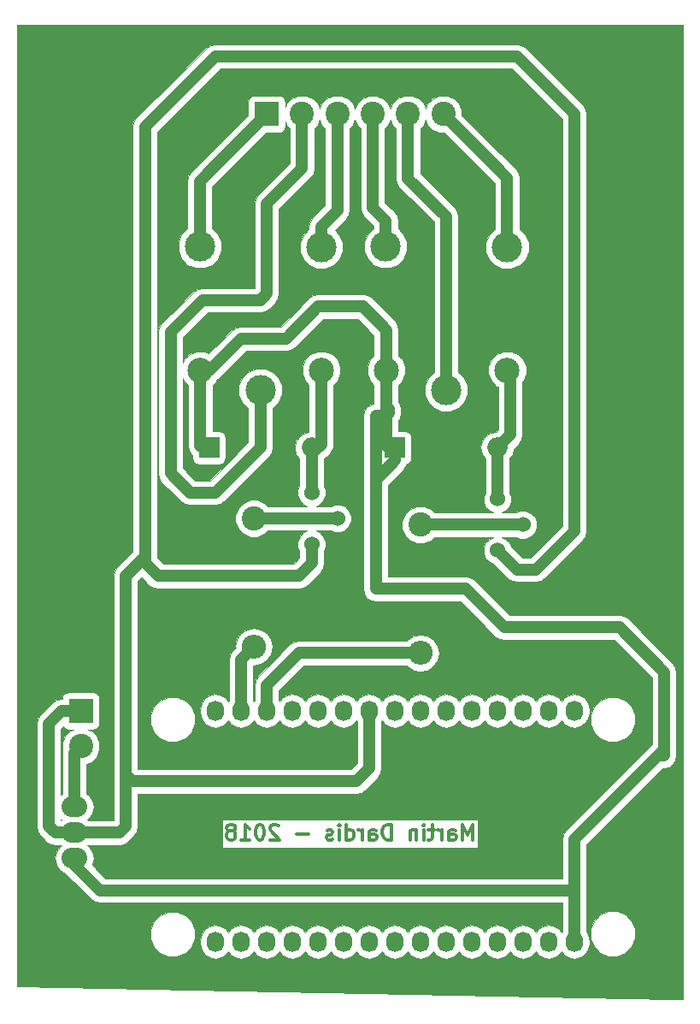
<source format=gbr>
G04 #@! TF.FileFunction,Copper,L1,Top,Signal*
%FSLAX46Y46*%
G04 Gerber Fmt 4.6, Leading zero omitted, Abs format (unit mm)*
G04 Created by KiCad (PCBNEW 4.0.7) date Tuesday, 14 '14e' August '14e' 2018, 21:15:28*
%MOMM*%
%LPD*%
G01*
G04 APERTURE LIST*
%ADD10C,0.100000*%
%ADD11C,0.300000*%
%ADD12C,1.524000*%
%ADD13R,2.400000X2.400000*%
%ADD14C,2.400000*%
%ADD15R,2.000000X2.000000*%
%ADD16O,2.000000X2.000000*%
%ADD17O,1.727200X2.032000*%
%ADD18C,2.500000*%
%ADD19C,3.000000*%
%ADD20O,2.400000X2.400000*%
%ADD21O,2.540000X2.032000*%
%ADD22C,1.200000*%
%ADD23C,0.050000*%
G04 APERTURE END LIST*
D10*
D11*
X135332856Y-125773571D02*
X135332856Y-124273571D01*
X134832856Y-125345000D01*
X134332856Y-124273571D01*
X134332856Y-125773571D01*
X132975713Y-125773571D02*
X132975713Y-124987857D01*
X133047142Y-124845000D01*
X133189999Y-124773571D01*
X133475713Y-124773571D01*
X133618570Y-124845000D01*
X132975713Y-125702143D02*
X133118570Y-125773571D01*
X133475713Y-125773571D01*
X133618570Y-125702143D01*
X133689999Y-125559286D01*
X133689999Y-125416429D01*
X133618570Y-125273571D01*
X133475713Y-125202143D01*
X133118570Y-125202143D01*
X132975713Y-125130714D01*
X132261427Y-125773571D02*
X132261427Y-124773571D01*
X132261427Y-125059286D02*
X132189999Y-124916429D01*
X132118570Y-124845000D01*
X131975713Y-124773571D01*
X131832856Y-124773571D01*
X131547142Y-124773571D02*
X130975713Y-124773571D01*
X131332856Y-124273571D02*
X131332856Y-125559286D01*
X131261428Y-125702143D01*
X131118570Y-125773571D01*
X130975713Y-125773571D01*
X130475713Y-125773571D02*
X130475713Y-124773571D01*
X130475713Y-124273571D02*
X130547142Y-124345000D01*
X130475713Y-124416429D01*
X130404285Y-124345000D01*
X130475713Y-124273571D01*
X130475713Y-124416429D01*
X129761427Y-124773571D02*
X129761427Y-125773571D01*
X129761427Y-124916429D02*
X129689999Y-124845000D01*
X129547141Y-124773571D01*
X129332856Y-124773571D01*
X129189999Y-124845000D01*
X129118570Y-124987857D01*
X129118570Y-125773571D01*
X127261427Y-125773571D02*
X127261427Y-124273571D01*
X126904284Y-124273571D01*
X126689999Y-124345000D01*
X126547141Y-124487857D01*
X126475713Y-124630714D01*
X126404284Y-124916429D01*
X126404284Y-125130714D01*
X126475713Y-125416429D01*
X126547141Y-125559286D01*
X126689999Y-125702143D01*
X126904284Y-125773571D01*
X127261427Y-125773571D01*
X125118570Y-125773571D02*
X125118570Y-124987857D01*
X125189999Y-124845000D01*
X125332856Y-124773571D01*
X125618570Y-124773571D01*
X125761427Y-124845000D01*
X125118570Y-125702143D02*
X125261427Y-125773571D01*
X125618570Y-125773571D01*
X125761427Y-125702143D01*
X125832856Y-125559286D01*
X125832856Y-125416429D01*
X125761427Y-125273571D01*
X125618570Y-125202143D01*
X125261427Y-125202143D01*
X125118570Y-125130714D01*
X124404284Y-125773571D02*
X124404284Y-124773571D01*
X124404284Y-125059286D02*
X124332856Y-124916429D01*
X124261427Y-124845000D01*
X124118570Y-124773571D01*
X123975713Y-124773571D01*
X122832856Y-125773571D02*
X122832856Y-124273571D01*
X122832856Y-125702143D02*
X122975713Y-125773571D01*
X123261427Y-125773571D01*
X123404285Y-125702143D01*
X123475713Y-125630714D01*
X123547142Y-125487857D01*
X123547142Y-125059286D01*
X123475713Y-124916429D01*
X123404285Y-124845000D01*
X123261427Y-124773571D01*
X122975713Y-124773571D01*
X122832856Y-124845000D01*
X122118570Y-125773571D02*
X122118570Y-124773571D01*
X122118570Y-124273571D02*
X122189999Y-124345000D01*
X122118570Y-124416429D01*
X122047142Y-124345000D01*
X122118570Y-124273571D01*
X122118570Y-124416429D01*
X121475713Y-125702143D02*
X121332856Y-125773571D01*
X121047141Y-125773571D01*
X120904284Y-125702143D01*
X120832856Y-125559286D01*
X120832856Y-125487857D01*
X120904284Y-125345000D01*
X121047141Y-125273571D01*
X121261427Y-125273571D01*
X121404284Y-125202143D01*
X121475713Y-125059286D01*
X121475713Y-124987857D01*
X121404284Y-124845000D01*
X121261427Y-124773571D01*
X121047141Y-124773571D01*
X120904284Y-124845000D01*
X119047141Y-125202143D02*
X117904284Y-125202143D01*
X116118570Y-124416429D02*
X116047141Y-124345000D01*
X115904284Y-124273571D01*
X115547141Y-124273571D01*
X115404284Y-124345000D01*
X115332855Y-124416429D01*
X115261427Y-124559286D01*
X115261427Y-124702143D01*
X115332855Y-124916429D01*
X116189998Y-125773571D01*
X115261427Y-125773571D01*
X114332856Y-124273571D02*
X114189999Y-124273571D01*
X114047142Y-124345000D01*
X113975713Y-124416429D01*
X113904284Y-124559286D01*
X113832856Y-124845000D01*
X113832856Y-125202143D01*
X113904284Y-125487857D01*
X113975713Y-125630714D01*
X114047142Y-125702143D01*
X114189999Y-125773571D01*
X114332856Y-125773571D01*
X114475713Y-125702143D01*
X114547142Y-125630714D01*
X114618570Y-125487857D01*
X114689999Y-125202143D01*
X114689999Y-124845000D01*
X114618570Y-124559286D01*
X114547142Y-124416429D01*
X114475713Y-124345000D01*
X114332856Y-124273571D01*
X112404285Y-125773571D02*
X113261428Y-125773571D01*
X112832856Y-125773571D02*
X112832856Y-124273571D01*
X112975713Y-124487857D01*
X113118571Y-124630714D01*
X113261428Y-124702143D01*
X111547142Y-124916429D02*
X111690000Y-124845000D01*
X111761428Y-124773571D01*
X111832857Y-124630714D01*
X111832857Y-124559286D01*
X111761428Y-124416429D01*
X111690000Y-124345000D01*
X111547142Y-124273571D01*
X111261428Y-124273571D01*
X111118571Y-124345000D01*
X111047142Y-124416429D01*
X110975714Y-124559286D01*
X110975714Y-124630714D01*
X111047142Y-124773571D01*
X111118571Y-124845000D01*
X111261428Y-124916429D01*
X111547142Y-124916429D01*
X111690000Y-124987857D01*
X111761428Y-125059286D01*
X111832857Y-125202143D01*
X111832857Y-125487857D01*
X111761428Y-125630714D01*
X111690000Y-125702143D01*
X111547142Y-125773571D01*
X111261428Y-125773571D01*
X111118571Y-125702143D01*
X111047142Y-125630714D01*
X110975714Y-125487857D01*
X110975714Y-125202143D01*
X111047142Y-125059286D01*
X111118571Y-124987857D01*
X111261428Y-124916429D01*
D12*
X140335000Y-94615000D03*
X137795000Y-97155000D03*
X137795000Y-92075000D03*
X121920000Y-93980000D03*
X119380000Y-96520000D03*
X119380000Y-91440000D03*
D13*
X114935000Y-53975000D03*
D14*
X118435000Y-53975000D03*
X121935000Y-53975000D03*
X125435000Y-53975000D03*
X128935000Y-53975000D03*
X132435000Y-53975000D03*
D15*
X109220000Y-86995000D03*
D16*
X119380000Y-86995000D03*
D15*
X127635000Y-86995000D03*
D16*
X137795000Y-86995000D03*
D13*
X96520000Y-113030000D03*
D14*
X96520000Y-116530000D03*
D17*
X109855000Y-135890000D03*
X112395000Y-135890000D03*
X114935000Y-135890000D03*
X117475000Y-135890000D03*
X120015000Y-135890000D03*
X122555000Y-135890000D03*
X125095000Y-135890000D03*
X127635000Y-135890000D03*
X130175000Y-135890000D03*
X132715000Y-135890000D03*
X135255000Y-135890000D03*
X137795000Y-135890000D03*
X140335000Y-135890000D03*
X142875000Y-135890000D03*
X145415000Y-135890000D03*
X109855000Y-113030000D03*
X140335000Y-113030000D03*
X142875000Y-113030000D03*
X137795000Y-113030000D03*
X122555000Y-113030000D03*
X120015000Y-113030000D03*
X125095000Y-113030000D03*
X145415000Y-113030000D03*
X130175000Y-113030000D03*
X127635000Y-113030000D03*
X132715000Y-113030000D03*
X135255000Y-113030000D03*
X114935000Y-113030000D03*
X117475000Y-113030000D03*
X112395000Y-113030000D03*
D18*
X120350000Y-79330000D03*
D19*
X120350000Y-67130000D03*
X108300000Y-67080000D03*
D18*
X108350000Y-79330000D03*
D19*
X114300000Y-81280000D03*
D18*
X138765000Y-79330000D03*
D19*
X138765000Y-67130000D03*
X126715000Y-67080000D03*
D18*
X126765000Y-79330000D03*
D19*
X132715000Y-81280000D03*
D14*
X113665000Y-93980000D03*
D20*
X113665000Y-106680000D03*
D14*
X130175000Y-94615000D03*
D20*
X130175000Y-107315000D03*
D21*
X95885000Y-125095000D03*
X95885000Y-127635000D03*
X95885000Y-122555000D03*
D22*
X121920000Y-93980000D02*
X113665000Y-93980000D01*
X119380000Y-91440000D02*
X119380000Y-86995000D01*
X119380000Y-86995000D02*
X120015000Y-86995000D01*
X120015000Y-86995000D02*
X120350000Y-86660000D01*
X120350000Y-86660000D02*
X120350000Y-79330000D01*
X144145000Y-130810000D02*
X145415000Y-130810000D01*
X145415000Y-130810000D02*
X145415000Y-129540000D01*
X95885000Y-127635000D02*
X95885000Y-128270000D01*
X95885000Y-128270000D02*
X98425000Y-130810000D01*
X98425000Y-130810000D02*
X144145000Y-130810000D01*
X144145000Y-130810000D02*
X144780000Y-130810000D01*
X154305000Y-116840000D02*
X154305000Y-117475000D01*
X154305000Y-117475000D02*
X153670000Y-117475000D01*
X125730000Y-90170000D02*
X125730000Y-83820000D01*
X127000000Y-83185000D02*
X126765000Y-83185000D01*
X127000000Y-83585000D02*
X127000000Y-83185000D01*
X126765000Y-83820000D02*
X127000000Y-83585000D01*
X125730000Y-83820000D02*
X126765000Y-83820000D01*
X145415000Y-135890000D02*
X145415000Y-129540000D01*
X145415000Y-129540000D02*
X145415000Y-125730000D01*
X145415000Y-125730000D02*
X153670000Y-117475000D01*
X127635000Y-88265000D02*
X127635000Y-86995000D01*
X125730000Y-90170000D02*
X127635000Y-88265000D01*
X125730000Y-100965000D02*
X125730000Y-90170000D01*
X154305000Y-116840000D02*
X154305000Y-109220000D01*
X154305000Y-109220000D02*
X149860000Y-104775000D01*
X149860000Y-104775000D02*
X138430000Y-104775000D01*
X138430000Y-104775000D02*
X134620000Y-100965000D01*
X134620000Y-100965000D02*
X125730000Y-100965000D01*
X153670000Y-117475000D02*
X154305000Y-116840000D01*
X108350000Y-79330000D02*
X109265000Y-79330000D01*
X109265000Y-79330000D02*
X112395000Y-76200000D01*
X126765000Y-75330000D02*
X126765000Y-79330000D01*
X124460000Y-73025000D02*
X126765000Y-75330000D01*
X120015000Y-73025000D02*
X124460000Y-73025000D01*
X116840000Y-76200000D02*
X120015000Y-73025000D01*
X112395000Y-76200000D02*
X116840000Y-76200000D01*
X109220000Y-86995000D02*
X108585000Y-86995000D01*
X108585000Y-86995000D02*
X108350000Y-86760000D01*
X108350000Y-86760000D02*
X108350000Y-79330000D01*
X127635000Y-86995000D02*
X127000000Y-86995000D01*
X127000000Y-86995000D02*
X126765000Y-86760000D01*
X126765000Y-86760000D02*
X126765000Y-83185000D01*
X126765000Y-83185000D02*
X126765000Y-79330000D01*
X114935000Y-113030000D02*
X114935000Y-110490000D01*
X118110000Y-107315000D02*
X130175000Y-107315000D01*
X114935000Y-110490000D02*
X118110000Y-107315000D01*
X140335000Y-94615000D02*
X130175000Y-94615000D01*
X95885000Y-125095000D02*
X93980000Y-125095000D01*
X94615000Y-113030000D02*
X96520000Y-113030000D01*
X93345000Y-114300000D02*
X94615000Y-113030000D01*
X93345000Y-124460000D02*
X93345000Y-114300000D01*
X93980000Y-125095000D02*
X93345000Y-124460000D01*
X95885000Y-125095000D02*
X100330000Y-125095000D01*
X100965000Y-124460000D02*
X100965000Y-119380000D01*
X100330000Y-125095000D02*
X100965000Y-124460000D01*
X125095000Y-113030000D02*
X125095000Y-118745000D01*
X100965000Y-99695000D02*
X102870000Y-97790000D01*
X100965000Y-119380000D02*
X100965000Y-99695000D01*
X101600000Y-120015000D02*
X100965000Y-119380000D01*
X123825000Y-120015000D02*
X101600000Y-120015000D01*
X125095000Y-118745000D02*
X123825000Y-120015000D01*
X119380000Y-96520000D02*
X119380000Y-98425000D01*
X139700000Y-99060000D02*
X137795000Y-97155000D01*
X141605000Y-99060000D02*
X139700000Y-99060000D01*
X145415000Y-95250000D02*
X141605000Y-99060000D01*
X145415000Y-53975000D02*
X145415000Y-95250000D01*
X139700000Y-48260000D02*
X145415000Y-53975000D01*
X109855000Y-48260000D02*
X139700000Y-48260000D01*
X102870000Y-55245000D02*
X109855000Y-48260000D01*
X102870000Y-98425000D02*
X102870000Y-97790000D01*
X102870000Y-97790000D02*
X102870000Y-55245000D01*
X104140000Y-99695000D02*
X102870000Y-98425000D01*
X118110000Y-99695000D02*
X104140000Y-99695000D01*
X119380000Y-98425000D02*
X118110000Y-99695000D01*
X137795000Y-92075000D02*
X137795000Y-86995000D01*
X137795000Y-86995000D02*
X139065000Y-85725000D01*
X139065000Y-85725000D02*
X139065000Y-79630000D01*
X139065000Y-79630000D02*
X138765000Y-79330000D01*
X108300000Y-67080000D02*
X108300000Y-60610000D01*
X108300000Y-60610000D02*
X114935000Y-53975000D01*
X114300000Y-81280000D02*
X114300000Y-86995000D01*
X118435000Y-59365000D02*
X118435000Y-53975000D01*
X114935000Y-62865000D02*
X118435000Y-59365000D01*
X114935000Y-71755000D02*
X114935000Y-62865000D01*
X114300000Y-72390000D02*
X114935000Y-71755000D01*
X108585000Y-72390000D02*
X114300000Y-72390000D01*
X105410000Y-75565000D02*
X108585000Y-72390000D01*
X105410000Y-89535000D02*
X105410000Y-75565000D01*
X107315000Y-91440000D02*
X105410000Y-89535000D01*
X109855000Y-91440000D02*
X107315000Y-91440000D01*
X114300000Y-86995000D02*
X109855000Y-91440000D01*
X120350000Y-67130000D02*
X120350000Y-65070000D01*
X121935000Y-63485000D02*
X121935000Y-53975000D01*
X120350000Y-65070000D02*
X121935000Y-63485000D01*
X126715000Y-67080000D02*
X126715000Y-64485000D01*
X125435000Y-63205000D02*
X125435000Y-53975000D01*
X126715000Y-64485000D02*
X125435000Y-63205000D01*
X132715000Y-81280000D02*
X132715000Y-64135000D01*
X128935000Y-60355000D02*
X128935000Y-53975000D01*
X132715000Y-64135000D02*
X128935000Y-60355000D01*
X138765000Y-67130000D02*
X138765000Y-60305000D01*
X138765000Y-60305000D02*
X132435000Y-53975000D01*
X112395000Y-113030000D02*
X112395000Y-107950000D01*
X112395000Y-107950000D02*
X113665000Y-106680000D01*
X95885000Y-122555000D02*
X95885000Y-117165000D01*
X95885000Y-117165000D02*
X96520000Y-116530000D01*
D23*
G36*
X156185000Y-141580000D02*
X154940235Y-141580000D01*
X90195000Y-140310486D01*
X90195000Y-135580638D01*
X103379615Y-135580638D01*
X103717637Y-136398715D01*
X104342993Y-137025163D01*
X105160479Y-137364613D01*
X106045638Y-137365385D01*
X106863715Y-137027363D01*
X107490163Y-136402007D01*
X107829613Y-135584521D01*
X107830385Y-134699362D01*
X107492363Y-133881285D01*
X106867007Y-133254837D01*
X106049521Y-132915387D01*
X105164362Y-132914615D01*
X104346285Y-133252637D01*
X103719837Y-133877993D01*
X103380387Y-134695479D01*
X103379615Y-135580638D01*
X90195000Y-135580638D01*
X90195000Y-114300000D01*
X92120000Y-114300000D01*
X92120000Y-124460000D01*
X92213248Y-124928787D01*
X92478794Y-125326206D01*
X93113794Y-125961206D01*
X93511213Y-126226752D01*
X93980000Y-126320001D01*
X93980005Y-126320000D01*
X94530250Y-126320000D01*
X94597598Y-126365000D01*
X94433513Y-126474638D01*
X94077789Y-127007016D01*
X93952875Y-127635000D01*
X94077789Y-128262984D01*
X94433513Y-128795362D01*
X94965891Y-129151086D01*
X95050505Y-129167917D01*
X97558792Y-131676203D01*
X97558794Y-131676206D01*
X97956213Y-131941752D01*
X98425000Y-132035000D01*
X144190000Y-132035000D01*
X144190000Y-134910868D01*
X144145000Y-134978215D01*
X143927599Y-134652852D01*
X143444663Y-134330164D01*
X142875000Y-134216851D01*
X142305337Y-134330164D01*
X141822401Y-134652852D01*
X141605000Y-134978215D01*
X141387599Y-134652852D01*
X140904663Y-134330164D01*
X140335000Y-134216851D01*
X139765337Y-134330164D01*
X139282401Y-134652852D01*
X139065000Y-134978215D01*
X138847599Y-134652852D01*
X138364663Y-134330164D01*
X137795000Y-134216851D01*
X137225337Y-134330164D01*
X136742401Y-134652852D01*
X136525000Y-134978215D01*
X136307599Y-134652852D01*
X135824663Y-134330164D01*
X135255000Y-134216851D01*
X134685337Y-134330164D01*
X134202401Y-134652852D01*
X133985000Y-134978215D01*
X133767599Y-134652852D01*
X133284663Y-134330164D01*
X132715000Y-134216851D01*
X132145337Y-134330164D01*
X131662401Y-134652852D01*
X131445000Y-134978215D01*
X131227599Y-134652852D01*
X130744663Y-134330164D01*
X130175000Y-134216851D01*
X129605337Y-134330164D01*
X129122401Y-134652852D01*
X128905000Y-134978215D01*
X128687599Y-134652852D01*
X128204663Y-134330164D01*
X127635000Y-134216851D01*
X127065337Y-134330164D01*
X126582401Y-134652852D01*
X126365000Y-134978215D01*
X126147599Y-134652852D01*
X125664663Y-134330164D01*
X125095000Y-134216851D01*
X124525337Y-134330164D01*
X124042401Y-134652852D01*
X123825000Y-134978215D01*
X123607599Y-134652852D01*
X123124663Y-134330164D01*
X122555000Y-134216851D01*
X121985337Y-134330164D01*
X121502401Y-134652852D01*
X121285000Y-134978215D01*
X121067599Y-134652852D01*
X120584663Y-134330164D01*
X120015000Y-134216851D01*
X119445337Y-134330164D01*
X118962401Y-134652852D01*
X118745000Y-134978215D01*
X118527599Y-134652852D01*
X118044663Y-134330164D01*
X117475000Y-134216851D01*
X116905337Y-134330164D01*
X116422401Y-134652852D01*
X116205000Y-134978215D01*
X115987599Y-134652852D01*
X115504663Y-134330164D01*
X114935000Y-134216851D01*
X114365337Y-134330164D01*
X113882401Y-134652852D01*
X113665000Y-134978215D01*
X113447599Y-134652852D01*
X112964663Y-134330164D01*
X112395000Y-134216851D01*
X111825337Y-134330164D01*
X111342401Y-134652852D01*
X111125000Y-134978215D01*
X110907599Y-134652852D01*
X110424663Y-134330164D01*
X109855000Y-134216851D01*
X109285337Y-134330164D01*
X108802401Y-134652852D01*
X108479713Y-135135788D01*
X108366400Y-135705451D01*
X108366400Y-136074549D01*
X108479713Y-136644212D01*
X108802401Y-137127148D01*
X109285337Y-137449836D01*
X109855000Y-137563149D01*
X110424663Y-137449836D01*
X110907599Y-137127148D01*
X111125000Y-136801785D01*
X111342401Y-137127148D01*
X111825337Y-137449836D01*
X112395000Y-137563149D01*
X112964663Y-137449836D01*
X113447599Y-137127148D01*
X113665000Y-136801785D01*
X113882401Y-137127148D01*
X114365337Y-137449836D01*
X114935000Y-137563149D01*
X115504663Y-137449836D01*
X115987599Y-137127148D01*
X116205000Y-136801785D01*
X116422401Y-137127148D01*
X116905337Y-137449836D01*
X117475000Y-137563149D01*
X118044663Y-137449836D01*
X118527599Y-137127148D01*
X118745000Y-136801785D01*
X118962401Y-137127148D01*
X119445337Y-137449836D01*
X120015000Y-137563149D01*
X120584663Y-137449836D01*
X121067599Y-137127148D01*
X121285000Y-136801785D01*
X121502401Y-137127148D01*
X121985337Y-137449836D01*
X122555000Y-137563149D01*
X123124663Y-137449836D01*
X123607599Y-137127148D01*
X123825000Y-136801785D01*
X124042401Y-137127148D01*
X124525337Y-137449836D01*
X125095000Y-137563149D01*
X125664663Y-137449836D01*
X126147599Y-137127148D01*
X126365000Y-136801785D01*
X126582401Y-137127148D01*
X127065337Y-137449836D01*
X127635000Y-137563149D01*
X128204663Y-137449836D01*
X128687599Y-137127148D01*
X128905000Y-136801785D01*
X129122401Y-137127148D01*
X129605337Y-137449836D01*
X130175000Y-137563149D01*
X130744663Y-137449836D01*
X131227599Y-137127148D01*
X131445000Y-136801785D01*
X131662401Y-137127148D01*
X132145337Y-137449836D01*
X132715000Y-137563149D01*
X133284663Y-137449836D01*
X133767599Y-137127148D01*
X133985000Y-136801785D01*
X134202401Y-137127148D01*
X134685337Y-137449836D01*
X135255000Y-137563149D01*
X135824663Y-137449836D01*
X136307599Y-137127148D01*
X136525000Y-136801785D01*
X136742401Y-137127148D01*
X137225337Y-137449836D01*
X137795000Y-137563149D01*
X138364663Y-137449836D01*
X138847599Y-137127148D01*
X139065000Y-136801785D01*
X139282401Y-137127148D01*
X139765337Y-137449836D01*
X140335000Y-137563149D01*
X140904663Y-137449836D01*
X141387599Y-137127148D01*
X141605000Y-136801785D01*
X141822401Y-137127148D01*
X142305337Y-137449836D01*
X142875000Y-137563149D01*
X143444663Y-137449836D01*
X143927599Y-137127148D01*
X144145000Y-136801785D01*
X144362401Y-137127148D01*
X144845337Y-137449836D01*
X145415000Y-137563149D01*
X145984663Y-137449836D01*
X146467599Y-137127148D01*
X146790287Y-136644212D01*
X146903600Y-136074549D01*
X146903600Y-135705451D01*
X146868828Y-135530638D01*
X147009615Y-135530638D01*
X147347637Y-136348715D01*
X147972993Y-136975163D01*
X148790479Y-137314613D01*
X149675638Y-137315385D01*
X150493715Y-136977363D01*
X151120163Y-136352007D01*
X151459613Y-135534521D01*
X151460385Y-134649362D01*
X151122363Y-133831285D01*
X150497007Y-133204837D01*
X149679521Y-132865387D01*
X148794362Y-132864615D01*
X147976285Y-133202637D01*
X147349837Y-133827993D01*
X147010387Y-134645479D01*
X147009615Y-135530638D01*
X146868828Y-135530638D01*
X146790287Y-135135788D01*
X146640000Y-134910868D01*
X146640000Y-126237412D01*
X154177412Y-118700000D01*
X154305000Y-118700000D01*
X154773787Y-118606752D01*
X155171206Y-118341206D01*
X155436752Y-117943787D01*
X155530000Y-117475000D01*
X155530000Y-116840005D01*
X155530001Y-116840000D01*
X155530000Y-116839995D01*
X155530000Y-109220000D01*
X155436752Y-108751213D01*
X155171206Y-108353794D01*
X150726206Y-103908794D01*
X150328787Y-103643248D01*
X149860000Y-103550000D01*
X138937412Y-103550000D01*
X135486206Y-100098794D01*
X135088787Y-99833248D01*
X134620000Y-99740000D01*
X126955000Y-99740000D01*
X126955000Y-90677412D01*
X128501206Y-89131206D01*
X128766752Y-88733787D01*
X128792859Y-88602541D01*
X128866611Y-88588663D01*
X129079332Y-88451781D01*
X129222038Y-88242924D01*
X129272244Y-87995000D01*
X129272244Y-85995000D01*
X129228663Y-85763389D01*
X129091781Y-85550668D01*
X128882924Y-85407962D01*
X128635000Y-85357756D01*
X127990000Y-85357756D01*
X127990000Y-84265935D01*
X128131752Y-84053787D01*
X128225000Y-83585000D01*
X128225000Y-83185000D01*
X128131752Y-82716213D01*
X127990000Y-82504065D01*
X127990000Y-80756475D01*
X128353620Y-80393489D01*
X128639673Y-79704597D01*
X128640324Y-78958676D01*
X128355474Y-78269286D01*
X127990000Y-77903173D01*
X127990000Y-75330000D01*
X127896752Y-74861213D01*
X127631206Y-74463794D01*
X125326206Y-72158794D01*
X124928787Y-71893248D01*
X124460000Y-71800000D01*
X120015000Y-71800000D01*
X119546213Y-71893248D01*
X119148794Y-72158794D01*
X116332588Y-74975000D01*
X112395000Y-74975000D01*
X111926213Y-75068248D01*
X111528794Y-75333794D01*
X111528792Y-75333797D01*
X109206965Y-77655624D01*
X108724597Y-77455327D01*
X107978676Y-77454676D01*
X107289286Y-77739526D01*
X106761380Y-78266511D01*
X106635000Y-78570868D01*
X106635000Y-76072412D01*
X109092412Y-73615000D01*
X114300000Y-73615000D01*
X114768787Y-73521752D01*
X115166206Y-73256206D01*
X115801206Y-72621206D01*
X116066752Y-72223787D01*
X116160001Y-71755000D01*
X116160000Y-71754995D01*
X116160000Y-63372412D01*
X119301203Y-60231208D01*
X119301206Y-60231206D01*
X119566752Y-59833787D01*
X119660000Y-59365000D01*
X119660000Y-55330827D01*
X119981258Y-55010129D01*
X120185158Y-54519084D01*
X120386938Y-55007429D01*
X120710000Y-55331055D01*
X120710000Y-62977589D01*
X119483794Y-64203794D01*
X119218248Y-64601213D01*
X119125000Y-65070000D01*
X119125000Y-65350279D01*
X118549563Y-65924713D01*
X118225370Y-66705457D01*
X118224632Y-67550834D01*
X118547462Y-68332143D01*
X119144713Y-68930437D01*
X119925457Y-69254630D01*
X120770834Y-69255368D01*
X121552143Y-68932538D01*
X122150437Y-68335287D01*
X122474630Y-67554543D01*
X122475368Y-66709166D01*
X122152538Y-65927857D01*
X121688951Y-65463461D01*
X122801203Y-64351208D01*
X122801206Y-64351206D01*
X123066752Y-63953787D01*
X123160000Y-63485000D01*
X123160000Y-55330827D01*
X123481258Y-55010129D01*
X123685158Y-54519084D01*
X123886938Y-55007429D01*
X124210000Y-55331055D01*
X124210000Y-63205000D01*
X124303248Y-63673787D01*
X124568794Y-64071206D01*
X125490000Y-64992412D01*
X125490000Y-65300279D01*
X124914563Y-65874713D01*
X124590370Y-66655457D01*
X124589632Y-67500834D01*
X124912462Y-68282143D01*
X125509713Y-68880437D01*
X126290457Y-69204630D01*
X127135834Y-69205368D01*
X127917143Y-68882538D01*
X128515437Y-68285287D01*
X128839630Y-67504543D01*
X128840368Y-66659166D01*
X128517538Y-65877857D01*
X127940000Y-65299310D01*
X127940000Y-64485000D01*
X127846752Y-64016213D01*
X127581206Y-63618794D01*
X126660000Y-62697588D01*
X126660000Y-55330827D01*
X126981258Y-55010129D01*
X127185158Y-54519084D01*
X127386938Y-55007429D01*
X127710000Y-55331055D01*
X127710000Y-60355000D01*
X127803248Y-60823787D01*
X128068794Y-61221206D01*
X131490000Y-64642412D01*
X131490000Y-79500279D01*
X130914563Y-80074713D01*
X130590370Y-80855457D01*
X130589632Y-81700834D01*
X130912462Y-82482143D01*
X131509713Y-83080437D01*
X132290457Y-83404630D01*
X133135834Y-83405368D01*
X133917143Y-83082538D01*
X134515437Y-82485287D01*
X134839630Y-81704543D01*
X134840368Y-80859166D01*
X134517538Y-80077857D01*
X133940000Y-79499310D01*
X133940000Y-64135000D01*
X133846752Y-63666213D01*
X133581206Y-63268794D01*
X130160000Y-59847588D01*
X130160000Y-55330827D01*
X130481258Y-55010129D01*
X130685158Y-54519084D01*
X130886938Y-55007429D01*
X131399871Y-55521258D01*
X132070392Y-55799683D01*
X132527670Y-55800082D01*
X137540000Y-60812412D01*
X137540000Y-65350279D01*
X136964563Y-65924713D01*
X136640370Y-66705457D01*
X136639632Y-67550834D01*
X136962462Y-68332143D01*
X137559713Y-68930437D01*
X138340457Y-69254630D01*
X139185834Y-69255368D01*
X139967143Y-68932538D01*
X140565437Y-68335287D01*
X140889630Y-67554543D01*
X140890368Y-66709166D01*
X140567538Y-65927857D01*
X139990000Y-65349310D01*
X139990000Y-60305000D01*
X139896752Y-59836213D01*
X139631206Y-59438794D01*
X134259920Y-54067508D01*
X134260316Y-53613578D01*
X133983062Y-52942571D01*
X133470129Y-52428742D01*
X132799608Y-52150317D01*
X132073578Y-52149684D01*
X131402571Y-52426938D01*
X130888742Y-52939871D01*
X130684842Y-53430916D01*
X130483062Y-52942571D01*
X129970129Y-52428742D01*
X129299608Y-52150317D01*
X128573578Y-52149684D01*
X127902571Y-52426938D01*
X127388742Y-52939871D01*
X127184842Y-53430916D01*
X126983062Y-52942571D01*
X126470129Y-52428742D01*
X125799608Y-52150317D01*
X125073578Y-52149684D01*
X124402571Y-52426938D01*
X123888742Y-52939871D01*
X123684842Y-53430916D01*
X123483062Y-52942571D01*
X122970129Y-52428742D01*
X122299608Y-52150317D01*
X121573578Y-52149684D01*
X120902571Y-52426938D01*
X120388742Y-52939871D01*
X120184842Y-53430916D01*
X119983062Y-52942571D01*
X119470129Y-52428742D01*
X118799608Y-52150317D01*
X118073578Y-52149684D01*
X117402571Y-52426938D01*
X116888742Y-52939871D01*
X116772244Y-53220429D01*
X116772244Y-52775000D01*
X116728663Y-52543389D01*
X116591781Y-52330668D01*
X116382924Y-52187962D01*
X116135000Y-52137756D01*
X113735000Y-52137756D01*
X113503389Y-52181337D01*
X113290668Y-52318219D01*
X113147962Y-52527076D01*
X113097756Y-52775000D01*
X113097756Y-54079832D01*
X107433794Y-59743794D01*
X107168248Y-60141213D01*
X107075000Y-60610000D01*
X107075000Y-65300279D01*
X106499563Y-65874713D01*
X106175370Y-66655457D01*
X106174632Y-67500834D01*
X106497462Y-68282143D01*
X107094713Y-68880437D01*
X107875457Y-69204630D01*
X108720834Y-69205368D01*
X109502143Y-68882538D01*
X110100437Y-68285287D01*
X110424630Y-67504543D01*
X110425368Y-66659166D01*
X110102538Y-65877857D01*
X109525000Y-65299310D01*
X109525000Y-61117412D01*
X114830168Y-55812244D01*
X116135000Y-55812244D01*
X116366611Y-55768663D01*
X116579332Y-55631781D01*
X116722038Y-55422924D01*
X116772244Y-55175000D01*
X116772244Y-54729848D01*
X116886938Y-55007429D01*
X117210000Y-55331055D01*
X117210000Y-58857589D01*
X114068794Y-61998794D01*
X113803248Y-62396213D01*
X113710000Y-62865000D01*
X113710000Y-71165000D01*
X108585000Y-71165000D01*
X108116213Y-71258248D01*
X107718794Y-71523794D01*
X104543794Y-74698794D01*
X104278248Y-75096213D01*
X104185000Y-75565000D01*
X104185000Y-89535000D01*
X104278248Y-90003787D01*
X104543794Y-90401206D01*
X106448794Y-92306206D01*
X106846213Y-92571752D01*
X107315000Y-92665000D01*
X109855000Y-92665000D01*
X110323787Y-92571752D01*
X110721206Y-92306206D01*
X115166206Y-87861206D01*
X115431752Y-87463787D01*
X115525000Y-86995000D01*
X115525000Y-83059721D01*
X116100437Y-82485287D01*
X116424630Y-81704543D01*
X116425368Y-80859166D01*
X116102538Y-80077857D01*
X115505287Y-79479563D01*
X114724543Y-79155370D01*
X113879166Y-79154632D01*
X113097857Y-79477462D01*
X112499563Y-80074713D01*
X112175370Y-80855457D01*
X112174632Y-81700834D01*
X112497462Y-82482143D01*
X113075000Y-83060690D01*
X113075000Y-86487588D01*
X109347588Y-90215000D01*
X107822412Y-90215000D01*
X106635000Y-89027588D01*
X106635000Y-80089338D01*
X106759526Y-80390714D01*
X107125000Y-80756827D01*
X107125000Y-86760000D01*
X107218248Y-87228787D01*
X107483794Y-87626206D01*
X107582756Y-87725168D01*
X107582756Y-87995000D01*
X107626337Y-88226611D01*
X107763219Y-88439332D01*
X107972076Y-88582038D01*
X108220000Y-88632244D01*
X110220000Y-88632244D01*
X110451611Y-88588663D01*
X110664332Y-88451781D01*
X110807038Y-88242924D01*
X110857244Y-87995000D01*
X110857244Y-85995000D01*
X110813663Y-85763389D01*
X110676781Y-85550668D01*
X110467924Y-85407962D01*
X110220000Y-85357756D01*
X109575000Y-85357756D01*
X109575000Y-80756475D01*
X109938620Y-80393489D01*
X109978044Y-80298545D01*
X110131206Y-80196206D01*
X112902411Y-77425000D01*
X116840000Y-77425000D01*
X117308787Y-77331752D01*
X117706206Y-77066206D01*
X120522412Y-74250000D01*
X123952588Y-74250000D01*
X125540000Y-75837412D01*
X125540000Y-77903525D01*
X125176380Y-78266511D01*
X124890327Y-78955403D01*
X124889676Y-79701324D01*
X125174526Y-80390714D01*
X125540000Y-80756827D01*
X125540000Y-82632794D01*
X125261213Y-82688248D01*
X124863794Y-82953794D01*
X124598248Y-83351213D01*
X124505000Y-83820000D01*
X124505000Y-100965000D01*
X124598248Y-101433787D01*
X124863794Y-101831206D01*
X125261213Y-102096752D01*
X125730000Y-102190000D01*
X134112588Y-102190000D01*
X137563794Y-105641206D01*
X137961213Y-105906752D01*
X138430000Y-106000001D01*
X138430005Y-106000000D01*
X149352588Y-106000000D01*
X153080000Y-109727412D01*
X153080000Y-116332588D01*
X144548794Y-124863794D01*
X144283248Y-125261213D01*
X144190000Y-125730000D01*
X144190000Y-129585000D01*
X98932411Y-129585000D01*
X97659440Y-128312029D01*
X97692211Y-128262984D01*
X97817125Y-127635000D01*
X97692211Y-127007016D01*
X97336487Y-126474638D01*
X97172402Y-126365000D01*
X97239750Y-126320000D01*
X100330000Y-126320000D01*
X100798787Y-126226752D01*
X101196206Y-125961206D01*
X101831206Y-125326206D01*
X102096752Y-124928787D01*
X102190001Y-124460000D01*
X102190000Y-124459995D01*
X102190000Y-123770000D01*
X110565001Y-123770000D01*
X110565001Y-126570000D01*
X135815000Y-126570000D01*
X135815000Y-123770000D01*
X110565001Y-123770000D01*
X102190000Y-123770000D01*
X102190000Y-121240000D01*
X123825000Y-121240000D01*
X124293787Y-121146752D01*
X124691206Y-120881206D01*
X125961206Y-119611206D01*
X126226752Y-119213787D01*
X126320000Y-118745000D01*
X126320000Y-114009132D01*
X126365000Y-113941785D01*
X126582401Y-114267148D01*
X127065337Y-114589836D01*
X127635000Y-114703149D01*
X128204663Y-114589836D01*
X128687599Y-114267148D01*
X128905000Y-113941785D01*
X129122401Y-114267148D01*
X129605337Y-114589836D01*
X130175000Y-114703149D01*
X130744663Y-114589836D01*
X131227599Y-114267148D01*
X131445000Y-113941785D01*
X131662401Y-114267148D01*
X132145337Y-114589836D01*
X132715000Y-114703149D01*
X133284663Y-114589836D01*
X133767599Y-114267148D01*
X133985000Y-113941785D01*
X134202401Y-114267148D01*
X134685337Y-114589836D01*
X135255000Y-114703149D01*
X135824663Y-114589836D01*
X136307599Y-114267148D01*
X136525000Y-113941785D01*
X136742401Y-114267148D01*
X137225337Y-114589836D01*
X137795000Y-114703149D01*
X138364663Y-114589836D01*
X138847599Y-114267148D01*
X139065000Y-113941785D01*
X139282401Y-114267148D01*
X139765337Y-114589836D01*
X140335000Y-114703149D01*
X140904663Y-114589836D01*
X141387599Y-114267148D01*
X141605000Y-113941785D01*
X141822401Y-114267148D01*
X142305337Y-114589836D01*
X142875000Y-114703149D01*
X143444663Y-114589836D01*
X143927599Y-114267148D01*
X144145000Y-113941785D01*
X144362401Y-114267148D01*
X144845337Y-114589836D01*
X145415000Y-114703149D01*
X145984663Y-114589836D01*
X146372579Y-114330638D01*
X147009615Y-114330638D01*
X147347637Y-115148715D01*
X147972993Y-115775163D01*
X148790479Y-116114613D01*
X149675638Y-116115385D01*
X150493715Y-115777363D01*
X151120163Y-115152007D01*
X151459613Y-114334521D01*
X151460385Y-113449362D01*
X151122363Y-112631285D01*
X150497007Y-112004837D01*
X149679521Y-111665387D01*
X148794362Y-111664615D01*
X147976285Y-112002637D01*
X147349837Y-112627993D01*
X147010387Y-113445479D01*
X147009615Y-114330638D01*
X146372579Y-114330638D01*
X146467599Y-114267148D01*
X146790287Y-113784212D01*
X146903600Y-113214549D01*
X146903600Y-112845451D01*
X146790287Y-112275788D01*
X146467599Y-111792852D01*
X145984663Y-111470164D01*
X145415000Y-111356851D01*
X144845337Y-111470164D01*
X144362401Y-111792852D01*
X144145000Y-112118215D01*
X143927599Y-111792852D01*
X143444663Y-111470164D01*
X142875000Y-111356851D01*
X142305337Y-111470164D01*
X141822401Y-111792852D01*
X141605000Y-112118215D01*
X141387599Y-111792852D01*
X140904663Y-111470164D01*
X140335000Y-111356851D01*
X139765337Y-111470164D01*
X139282401Y-111792852D01*
X139065000Y-112118215D01*
X138847599Y-111792852D01*
X138364663Y-111470164D01*
X137795000Y-111356851D01*
X137225337Y-111470164D01*
X136742401Y-111792852D01*
X136525000Y-112118215D01*
X136307599Y-111792852D01*
X135824663Y-111470164D01*
X135255000Y-111356851D01*
X134685337Y-111470164D01*
X134202401Y-111792852D01*
X133985000Y-112118215D01*
X133767599Y-111792852D01*
X133284663Y-111470164D01*
X132715000Y-111356851D01*
X132145337Y-111470164D01*
X131662401Y-111792852D01*
X131445000Y-112118215D01*
X131227599Y-111792852D01*
X130744663Y-111470164D01*
X130175000Y-111356851D01*
X129605337Y-111470164D01*
X129122401Y-111792852D01*
X128905000Y-112118215D01*
X128687599Y-111792852D01*
X128204663Y-111470164D01*
X127635000Y-111356851D01*
X127065337Y-111470164D01*
X126582401Y-111792852D01*
X126365000Y-112118215D01*
X126147599Y-111792852D01*
X125664663Y-111470164D01*
X125095000Y-111356851D01*
X124525337Y-111470164D01*
X124042401Y-111792852D01*
X123825000Y-112118215D01*
X123607599Y-111792852D01*
X123124663Y-111470164D01*
X122555000Y-111356851D01*
X121985337Y-111470164D01*
X121502401Y-111792852D01*
X121285000Y-112118215D01*
X121067599Y-111792852D01*
X120584663Y-111470164D01*
X120015000Y-111356851D01*
X119445337Y-111470164D01*
X118962401Y-111792852D01*
X118745000Y-112118215D01*
X118527599Y-111792852D01*
X118044663Y-111470164D01*
X117475000Y-111356851D01*
X116905337Y-111470164D01*
X116422401Y-111792852D01*
X116205000Y-112118215D01*
X116160000Y-112050868D01*
X116160000Y-110997412D01*
X118617412Y-108540000D01*
X128816894Y-108540000D01*
X128884530Y-108641224D01*
X129476603Y-109036834D01*
X130175000Y-109175754D01*
X130873397Y-109036834D01*
X131465470Y-108641224D01*
X131861080Y-108049151D01*
X132000000Y-107350754D01*
X132000000Y-107279246D01*
X131861080Y-106580849D01*
X131465470Y-105988776D01*
X130873397Y-105593166D01*
X130175000Y-105454246D01*
X129476603Y-105593166D01*
X128884530Y-105988776D01*
X128816894Y-106090000D01*
X118110000Y-106090000D01*
X117641213Y-106183248D01*
X117243794Y-106448794D01*
X114068794Y-109623794D01*
X113803248Y-110021213D01*
X113710000Y-110490000D01*
X113710000Y-112050868D01*
X113665000Y-112118215D01*
X113620000Y-112050868D01*
X113620000Y-108531803D01*
X113665000Y-108540754D01*
X114363397Y-108401834D01*
X114955470Y-108006224D01*
X115351080Y-107414151D01*
X115490000Y-106715754D01*
X115490000Y-106644246D01*
X115351080Y-105945849D01*
X114955470Y-105353776D01*
X114363397Y-104958166D01*
X113665000Y-104819246D01*
X112966603Y-104958166D01*
X112374530Y-105353776D01*
X111978920Y-105945849D01*
X111840000Y-106644246D01*
X111840000Y-106715754D01*
X111849429Y-106763159D01*
X111528794Y-107083794D01*
X111263248Y-107481213D01*
X111170000Y-107950000D01*
X111170000Y-112050868D01*
X111125000Y-112118215D01*
X110907599Y-111792852D01*
X110424663Y-111470164D01*
X109855000Y-111356851D01*
X109285337Y-111470164D01*
X108802401Y-111792852D01*
X108479713Y-112275788D01*
X108366400Y-112845451D01*
X108366400Y-113214549D01*
X108479713Y-113784212D01*
X108802401Y-114267148D01*
X109285337Y-114589836D01*
X109855000Y-114703149D01*
X110424663Y-114589836D01*
X110907599Y-114267148D01*
X111125000Y-113941785D01*
X111342401Y-114267148D01*
X111825337Y-114589836D01*
X112395000Y-114703149D01*
X112964663Y-114589836D01*
X113447599Y-114267148D01*
X113665000Y-113941785D01*
X113882401Y-114267148D01*
X114365337Y-114589836D01*
X114935000Y-114703149D01*
X115504663Y-114589836D01*
X115987599Y-114267148D01*
X116205000Y-113941785D01*
X116422401Y-114267148D01*
X116905337Y-114589836D01*
X117475000Y-114703149D01*
X118044663Y-114589836D01*
X118527599Y-114267148D01*
X118745000Y-113941785D01*
X118962401Y-114267148D01*
X119445337Y-114589836D01*
X120015000Y-114703149D01*
X120584663Y-114589836D01*
X121067599Y-114267148D01*
X121285000Y-113941785D01*
X121502401Y-114267148D01*
X121985337Y-114589836D01*
X122555000Y-114703149D01*
X123124663Y-114589836D01*
X123607599Y-114267148D01*
X123825000Y-113941785D01*
X123870000Y-114009132D01*
X123870000Y-118237588D01*
X123317588Y-118790000D01*
X102190000Y-118790000D01*
X102190000Y-114330638D01*
X103379615Y-114330638D01*
X103717637Y-115148715D01*
X104342993Y-115775163D01*
X105160479Y-116114613D01*
X106045638Y-116115385D01*
X106863715Y-115777363D01*
X107490163Y-115152007D01*
X107829613Y-114334521D01*
X107830385Y-113449362D01*
X107492363Y-112631285D01*
X106867007Y-112004837D01*
X106049521Y-111665387D01*
X105164362Y-111664615D01*
X104346285Y-112002637D01*
X103719837Y-112627993D01*
X103380387Y-113445479D01*
X103379615Y-114330638D01*
X102190000Y-114330638D01*
X102190000Y-100202412D01*
X102552500Y-99839912D01*
X103273794Y-100561206D01*
X103671213Y-100826752D01*
X104140000Y-100920000D01*
X118110000Y-100920000D01*
X118578787Y-100826752D01*
X118976206Y-100561206D01*
X120246206Y-99291206D01*
X120511752Y-98893787D01*
X120605000Y-98425000D01*
X120605000Y-97186660D01*
X120766759Y-96797102D01*
X120767240Y-96245319D01*
X120556527Y-95735354D01*
X120166698Y-95344844D01*
X119829917Y-95205000D01*
X121253340Y-95205000D01*
X121642898Y-95366759D01*
X122194681Y-95367240D01*
X122704646Y-95156527D01*
X123095156Y-94766698D01*
X123306759Y-94257102D01*
X123307240Y-93705319D01*
X123096527Y-93195354D01*
X122706698Y-92804844D01*
X122197102Y-92593241D01*
X121645319Y-92592760D01*
X121252668Y-92755000D01*
X119829515Y-92755000D01*
X120164646Y-92616527D01*
X120555156Y-92226698D01*
X120766759Y-91717102D01*
X120767240Y-91165319D01*
X120605000Y-90772668D01*
X120605000Y-88078026D01*
X120643948Y-88019736D01*
X120881206Y-87861206D01*
X121216203Y-87526208D01*
X121216206Y-87526206D01*
X121481752Y-87128787D01*
X121508364Y-86995000D01*
X121575001Y-86660000D01*
X121575000Y-86659995D01*
X121575000Y-80756475D01*
X121938620Y-80393489D01*
X122224673Y-79704597D01*
X122225324Y-78958676D01*
X121940474Y-78269286D01*
X121413489Y-77741380D01*
X120724597Y-77455327D01*
X119978676Y-77454676D01*
X119289286Y-77739526D01*
X118761380Y-78266511D01*
X118475327Y-78955403D01*
X118474676Y-79701324D01*
X118759526Y-80390714D01*
X119125000Y-80756827D01*
X119125000Y-85414390D01*
X118726303Y-85493696D01*
X118199115Y-85845951D01*
X117846860Y-86373139D01*
X117723164Y-86995000D01*
X117846860Y-87616861D01*
X118155000Y-88078026D01*
X118155000Y-90773340D01*
X117993241Y-91162898D01*
X117992760Y-91714681D01*
X118203473Y-92224646D01*
X118593302Y-92615156D01*
X118930083Y-92755000D01*
X115020827Y-92755000D01*
X114700129Y-92433742D01*
X114029608Y-92155317D01*
X113303578Y-92154684D01*
X112632571Y-92431938D01*
X112118742Y-92944871D01*
X111840317Y-93615392D01*
X111839684Y-94341422D01*
X112116938Y-95012429D01*
X112629871Y-95526258D01*
X113300392Y-95804683D01*
X114026422Y-95805316D01*
X114697429Y-95528062D01*
X115021055Y-95205000D01*
X118930485Y-95205000D01*
X118595354Y-95343473D01*
X118204844Y-95733302D01*
X117993241Y-96242898D01*
X117992760Y-96794681D01*
X118155000Y-97187332D01*
X118155000Y-97917588D01*
X117602588Y-98470000D01*
X104647412Y-98470000D01*
X104095000Y-97917588D01*
X104095000Y-55752412D01*
X110362412Y-49485000D01*
X139192588Y-49485000D01*
X144190000Y-54482411D01*
X144190000Y-94742588D01*
X141097588Y-97835000D01*
X140207412Y-97835000D01*
X139132605Y-96760193D01*
X138971527Y-96370354D01*
X138581698Y-95979844D01*
X138244917Y-95840000D01*
X139668340Y-95840000D01*
X140057898Y-96001759D01*
X140609681Y-96002240D01*
X141119646Y-95791527D01*
X141510156Y-95401698D01*
X141721759Y-94892102D01*
X141722240Y-94340319D01*
X141511527Y-93830354D01*
X141121698Y-93439844D01*
X140612102Y-93228241D01*
X140060319Y-93227760D01*
X139667668Y-93390000D01*
X138244515Y-93390000D01*
X138579646Y-93251527D01*
X138970156Y-92861698D01*
X139181759Y-92352102D01*
X139182240Y-91800319D01*
X139020000Y-91407668D01*
X139020000Y-88078026D01*
X139328140Y-87616861D01*
X139433070Y-87089342D01*
X139931206Y-86591206D01*
X140196752Y-86193787D01*
X140290000Y-85725000D01*
X140290000Y-80456998D01*
X140353620Y-80393489D01*
X140639673Y-79704597D01*
X140640324Y-78958676D01*
X140355474Y-78269286D01*
X139828489Y-77741380D01*
X139139597Y-77455327D01*
X138393676Y-77454676D01*
X137704286Y-77739526D01*
X137176380Y-78266511D01*
X136890327Y-78955403D01*
X136889676Y-79701324D01*
X137174526Y-80390714D01*
X137701511Y-80918620D01*
X137840000Y-80976126D01*
X137840000Y-85217588D01*
X137668822Y-85388766D01*
X137141303Y-85493696D01*
X136614115Y-85845951D01*
X136261860Y-86373139D01*
X136138164Y-86995000D01*
X136261860Y-87616861D01*
X136570000Y-88078026D01*
X136570000Y-91408340D01*
X136408241Y-91797898D01*
X136407760Y-92349681D01*
X136618473Y-92859646D01*
X137008302Y-93250156D01*
X137345083Y-93390000D01*
X131530827Y-93390000D01*
X131210129Y-93068742D01*
X130539608Y-92790317D01*
X129813578Y-92789684D01*
X129142571Y-93066938D01*
X128628742Y-93579871D01*
X128350317Y-94250392D01*
X128349684Y-94976422D01*
X128626938Y-95647429D01*
X129139871Y-96161258D01*
X129810392Y-96439683D01*
X130536422Y-96440316D01*
X131207429Y-96163062D01*
X131531055Y-95840000D01*
X137345485Y-95840000D01*
X137010354Y-95978473D01*
X136619844Y-96368302D01*
X136408241Y-96877898D01*
X136407760Y-97429681D01*
X136618473Y-97939646D01*
X137008302Y-98330156D01*
X137400669Y-98493081D01*
X138833794Y-99926206D01*
X139231213Y-100191752D01*
X139700000Y-100285000D01*
X141605000Y-100285000D01*
X142073787Y-100191752D01*
X142471206Y-99926206D01*
X146281206Y-96116206D01*
X146546752Y-95718787D01*
X146640001Y-95250000D01*
X146640000Y-95249995D01*
X146640000Y-53975005D01*
X146640001Y-53975000D01*
X146546752Y-53506213D01*
X146281206Y-53108794D01*
X146281203Y-53108792D01*
X140566206Y-47393794D01*
X140168787Y-47128248D01*
X139700000Y-47035000D01*
X109855000Y-47035000D01*
X109386213Y-47128248D01*
X108988794Y-47393794D01*
X102003794Y-54378794D01*
X101738248Y-54776213D01*
X101645000Y-55245000D01*
X101645000Y-97282588D01*
X100098794Y-98828794D01*
X99833248Y-99226213D01*
X99740000Y-99695000D01*
X99740000Y-123870000D01*
X97239750Y-123870000D01*
X97172402Y-123825000D01*
X97336487Y-123715362D01*
X97692211Y-123182984D01*
X97817125Y-122555000D01*
X97692211Y-121927016D01*
X97336487Y-121394638D01*
X97110000Y-121243304D01*
X97110000Y-118260870D01*
X97552429Y-118078062D01*
X98066258Y-117565129D01*
X98344683Y-116894608D01*
X98345316Y-116168578D01*
X98068062Y-115497571D01*
X97555129Y-114983742D01*
X97274571Y-114867244D01*
X97720000Y-114867244D01*
X97951611Y-114823663D01*
X98164332Y-114686781D01*
X98307038Y-114477924D01*
X98357244Y-114230000D01*
X98357244Y-111830000D01*
X98313663Y-111598389D01*
X98176781Y-111385668D01*
X97967924Y-111242962D01*
X97720000Y-111192756D01*
X95320000Y-111192756D01*
X95088389Y-111236337D01*
X94875668Y-111373219D01*
X94732962Y-111582076D01*
X94687819Y-111805000D01*
X94615000Y-111805000D01*
X94146213Y-111898248D01*
X93748794Y-112163794D01*
X92478794Y-113433794D01*
X92213248Y-113831213D01*
X92120000Y-114300000D01*
X90195000Y-114300000D01*
X90195000Y-45110000D01*
X156185000Y-45110000D01*
X156185000Y-141580000D01*
X156185000Y-141580000D01*
G37*
X156185000Y-141580000D02*
X154940235Y-141580000D01*
X90195000Y-140310486D01*
X90195000Y-135580638D01*
X103379615Y-135580638D01*
X103717637Y-136398715D01*
X104342993Y-137025163D01*
X105160479Y-137364613D01*
X106045638Y-137365385D01*
X106863715Y-137027363D01*
X107490163Y-136402007D01*
X107829613Y-135584521D01*
X107830385Y-134699362D01*
X107492363Y-133881285D01*
X106867007Y-133254837D01*
X106049521Y-132915387D01*
X105164362Y-132914615D01*
X104346285Y-133252637D01*
X103719837Y-133877993D01*
X103380387Y-134695479D01*
X103379615Y-135580638D01*
X90195000Y-135580638D01*
X90195000Y-114300000D01*
X92120000Y-114300000D01*
X92120000Y-124460000D01*
X92213248Y-124928787D01*
X92478794Y-125326206D01*
X93113794Y-125961206D01*
X93511213Y-126226752D01*
X93980000Y-126320001D01*
X93980005Y-126320000D01*
X94530250Y-126320000D01*
X94597598Y-126365000D01*
X94433513Y-126474638D01*
X94077789Y-127007016D01*
X93952875Y-127635000D01*
X94077789Y-128262984D01*
X94433513Y-128795362D01*
X94965891Y-129151086D01*
X95050505Y-129167917D01*
X97558792Y-131676203D01*
X97558794Y-131676206D01*
X97956213Y-131941752D01*
X98425000Y-132035000D01*
X144190000Y-132035000D01*
X144190000Y-134910868D01*
X144145000Y-134978215D01*
X143927599Y-134652852D01*
X143444663Y-134330164D01*
X142875000Y-134216851D01*
X142305337Y-134330164D01*
X141822401Y-134652852D01*
X141605000Y-134978215D01*
X141387599Y-134652852D01*
X140904663Y-134330164D01*
X140335000Y-134216851D01*
X139765337Y-134330164D01*
X139282401Y-134652852D01*
X139065000Y-134978215D01*
X138847599Y-134652852D01*
X138364663Y-134330164D01*
X137795000Y-134216851D01*
X137225337Y-134330164D01*
X136742401Y-134652852D01*
X136525000Y-134978215D01*
X136307599Y-134652852D01*
X135824663Y-134330164D01*
X135255000Y-134216851D01*
X134685337Y-134330164D01*
X134202401Y-134652852D01*
X133985000Y-134978215D01*
X133767599Y-134652852D01*
X133284663Y-134330164D01*
X132715000Y-134216851D01*
X132145337Y-134330164D01*
X131662401Y-134652852D01*
X131445000Y-134978215D01*
X131227599Y-134652852D01*
X130744663Y-134330164D01*
X130175000Y-134216851D01*
X129605337Y-134330164D01*
X129122401Y-134652852D01*
X128905000Y-134978215D01*
X128687599Y-134652852D01*
X128204663Y-134330164D01*
X127635000Y-134216851D01*
X127065337Y-134330164D01*
X126582401Y-134652852D01*
X126365000Y-134978215D01*
X126147599Y-134652852D01*
X125664663Y-134330164D01*
X125095000Y-134216851D01*
X124525337Y-134330164D01*
X124042401Y-134652852D01*
X123825000Y-134978215D01*
X123607599Y-134652852D01*
X123124663Y-134330164D01*
X122555000Y-134216851D01*
X121985337Y-134330164D01*
X121502401Y-134652852D01*
X121285000Y-134978215D01*
X121067599Y-134652852D01*
X120584663Y-134330164D01*
X120015000Y-134216851D01*
X119445337Y-134330164D01*
X118962401Y-134652852D01*
X118745000Y-134978215D01*
X118527599Y-134652852D01*
X118044663Y-134330164D01*
X117475000Y-134216851D01*
X116905337Y-134330164D01*
X116422401Y-134652852D01*
X116205000Y-134978215D01*
X115987599Y-134652852D01*
X115504663Y-134330164D01*
X114935000Y-134216851D01*
X114365337Y-134330164D01*
X113882401Y-134652852D01*
X113665000Y-134978215D01*
X113447599Y-134652852D01*
X112964663Y-134330164D01*
X112395000Y-134216851D01*
X111825337Y-134330164D01*
X111342401Y-134652852D01*
X111125000Y-134978215D01*
X110907599Y-134652852D01*
X110424663Y-134330164D01*
X109855000Y-134216851D01*
X109285337Y-134330164D01*
X108802401Y-134652852D01*
X108479713Y-135135788D01*
X108366400Y-135705451D01*
X108366400Y-136074549D01*
X108479713Y-136644212D01*
X108802401Y-137127148D01*
X109285337Y-137449836D01*
X109855000Y-137563149D01*
X110424663Y-137449836D01*
X110907599Y-137127148D01*
X111125000Y-136801785D01*
X111342401Y-137127148D01*
X111825337Y-137449836D01*
X112395000Y-137563149D01*
X112964663Y-137449836D01*
X113447599Y-137127148D01*
X113665000Y-136801785D01*
X113882401Y-137127148D01*
X114365337Y-137449836D01*
X114935000Y-137563149D01*
X115504663Y-137449836D01*
X115987599Y-137127148D01*
X116205000Y-136801785D01*
X116422401Y-137127148D01*
X116905337Y-137449836D01*
X117475000Y-137563149D01*
X118044663Y-137449836D01*
X118527599Y-137127148D01*
X118745000Y-136801785D01*
X118962401Y-137127148D01*
X119445337Y-137449836D01*
X120015000Y-137563149D01*
X120584663Y-137449836D01*
X121067599Y-137127148D01*
X121285000Y-136801785D01*
X121502401Y-137127148D01*
X121985337Y-137449836D01*
X122555000Y-137563149D01*
X123124663Y-137449836D01*
X123607599Y-137127148D01*
X123825000Y-136801785D01*
X124042401Y-137127148D01*
X124525337Y-137449836D01*
X125095000Y-137563149D01*
X125664663Y-137449836D01*
X126147599Y-137127148D01*
X126365000Y-136801785D01*
X126582401Y-137127148D01*
X127065337Y-137449836D01*
X127635000Y-137563149D01*
X128204663Y-137449836D01*
X128687599Y-137127148D01*
X128905000Y-136801785D01*
X129122401Y-137127148D01*
X129605337Y-137449836D01*
X130175000Y-137563149D01*
X130744663Y-137449836D01*
X131227599Y-137127148D01*
X131445000Y-136801785D01*
X131662401Y-137127148D01*
X132145337Y-137449836D01*
X132715000Y-137563149D01*
X133284663Y-137449836D01*
X133767599Y-137127148D01*
X133985000Y-136801785D01*
X134202401Y-137127148D01*
X134685337Y-137449836D01*
X135255000Y-137563149D01*
X135824663Y-137449836D01*
X136307599Y-137127148D01*
X136525000Y-136801785D01*
X136742401Y-137127148D01*
X137225337Y-137449836D01*
X137795000Y-137563149D01*
X138364663Y-137449836D01*
X138847599Y-137127148D01*
X139065000Y-136801785D01*
X139282401Y-137127148D01*
X139765337Y-137449836D01*
X140335000Y-137563149D01*
X140904663Y-137449836D01*
X141387599Y-137127148D01*
X141605000Y-136801785D01*
X141822401Y-137127148D01*
X142305337Y-137449836D01*
X142875000Y-137563149D01*
X143444663Y-137449836D01*
X143927599Y-137127148D01*
X144145000Y-136801785D01*
X144362401Y-137127148D01*
X144845337Y-137449836D01*
X145415000Y-137563149D01*
X145984663Y-137449836D01*
X146467599Y-137127148D01*
X146790287Y-136644212D01*
X146903600Y-136074549D01*
X146903600Y-135705451D01*
X146868828Y-135530638D01*
X147009615Y-135530638D01*
X147347637Y-136348715D01*
X147972993Y-136975163D01*
X148790479Y-137314613D01*
X149675638Y-137315385D01*
X150493715Y-136977363D01*
X151120163Y-136352007D01*
X151459613Y-135534521D01*
X151460385Y-134649362D01*
X151122363Y-133831285D01*
X150497007Y-133204837D01*
X149679521Y-132865387D01*
X148794362Y-132864615D01*
X147976285Y-133202637D01*
X147349837Y-133827993D01*
X147010387Y-134645479D01*
X147009615Y-135530638D01*
X146868828Y-135530638D01*
X146790287Y-135135788D01*
X146640000Y-134910868D01*
X146640000Y-126237412D01*
X154177412Y-118700000D01*
X154305000Y-118700000D01*
X154773787Y-118606752D01*
X155171206Y-118341206D01*
X155436752Y-117943787D01*
X155530000Y-117475000D01*
X155530000Y-116840005D01*
X155530001Y-116840000D01*
X155530000Y-116839995D01*
X155530000Y-109220000D01*
X155436752Y-108751213D01*
X155171206Y-108353794D01*
X150726206Y-103908794D01*
X150328787Y-103643248D01*
X149860000Y-103550000D01*
X138937412Y-103550000D01*
X135486206Y-100098794D01*
X135088787Y-99833248D01*
X134620000Y-99740000D01*
X126955000Y-99740000D01*
X126955000Y-90677412D01*
X128501206Y-89131206D01*
X128766752Y-88733787D01*
X128792859Y-88602541D01*
X128866611Y-88588663D01*
X129079332Y-88451781D01*
X129222038Y-88242924D01*
X129272244Y-87995000D01*
X129272244Y-85995000D01*
X129228663Y-85763389D01*
X129091781Y-85550668D01*
X128882924Y-85407962D01*
X128635000Y-85357756D01*
X127990000Y-85357756D01*
X127990000Y-84265935D01*
X128131752Y-84053787D01*
X128225000Y-83585000D01*
X128225000Y-83185000D01*
X128131752Y-82716213D01*
X127990000Y-82504065D01*
X127990000Y-80756475D01*
X128353620Y-80393489D01*
X128639673Y-79704597D01*
X128640324Y-78958676D01*
X128355474Y-78269286D01*
X127990000Y-77903173D01*
X127990000Y-75330000D01*
X127896752Y-74861213D01*
X127631206Y-74463794D01*
X125326206Y-72158794D01*
X124928787Y-71893248D01*
X124460000Y-71800000D01*
X120015000Y-71800000D01*
X119546213Y-71893248D01*
X119148794Y-72158794D01*
X116332588Y-74975000D01*
X112395000Y-74975000D01*
X111926213Y-75068248D01*
X111528794Y-75333794D01*
X111528792Y-75333797D01*
X109206965Y-77655624D01*
X108724597Y-77455327D01*
X107978676Y-77454676D01*
X107289286Y-77739526D01*
X106761380Y-78266511D01*
X106635000Y-78570868D01*
X106635000Y-76072412D01*
X109092412Y-73615000D01*
X114300000Y-73615000D01*
X114768787Y-73521752D01*
X115166206Y-73256206D01*
X115801206Y-72621206D01*
X116066752Y-72223787D01*
X116160001Y-71755000D01*
X116160000Y-71754995D01*
X116160000Y-63372412D01*
X119301203Y-60231208D01*
X119301206Y-60231206D01*
X119566752Y-59833787D01*
X119660000Y-59365000D01*
X119660000Y-55330827D01*
X119981258Y-55010129D01*
X120185158Y-54519084D01*
X120386938Y-55007429D01*
X120710000Y-55331055D01*
X120710000Y-62977589D01*
X119483794Y-64203794D01*
X119218248Y-64601213D01*
X119125000Y-65070000D01*
X119125000Y-65350279D01*
X118549563Y-65924713D01*
X118225370Y-66705457D01*
X118224632Y-67550834D01*
X118547462Y-68332143D01*
X119144713Y-68930437D01*
X119925457Y-69254630D01*
X120770834Y-69255368D01*
X121552143Y-68932538D01*
X122150437Y-68335287D01*
X122474630Y-67554543D01*
X122475368Y-66709166D01*
X122152538Y-65927857D01*
X121688951Y-65463461D01*
X122801203Y-64351208D01*
X122801206Y-64351206D01*
X123066752Y-63953787D01*
X123160000Y-63485000D01*
X123160000Y-55330827D01*
X123481258Y-55010129D01*
X123685158Y-54519084D01*
X123886938Y-55007429D01*
X124210000Y-55331055D01*
X124210000Y-63205000D01*
X124303248Y-63673787D01*
X124568794Y-64071206D01*
X125490000Y-64992412D01*
X125490000Y-65300279D01*
X124914563Y-65874713D01*
X124590370Y-66655457D01*
X124589632Y-67500834D01*
X124912462Y-68282143D01*
X125509713Y-68880437D01*
X126290457Y-69204630D01*
X127135834Y-69205368D01*
X127917143Y-68882538D01*
X128515437Y-68285287D01*
X128839630Y-67504543D01*
X128840368Y-66659166D01*
X128517538Y-65877857D01*
X127940000Y-65299310D01*
X127940000Y-64485000D01*
X127846752Y-64016213D01*
X127581206Y-63618794D01*
X126660000Y-62697588D01*
X126660000Y-55330827D01*
X126981258Y-55010129D01*
X127185158Y-54519084D01*
X127386938Y-55007429D01*
X127710000Y-55331055D01*
X127710000Y-60355000D01*
X127803248Y-60823787D01*
X128068794Y-61221206D01*
X131490000Y-64642412D01*
X131490000Y-79500279D01*
X130914563Y-80074713D01*
X130590370Y-80855457D01*
X130589632Y-81700834D01*
X130912462Y-82482143D01*
X131509713Y-83080437D01*
X132290457Y-83404630D01*
X133135834Y-83405368D01*
X133917143Y-83082538D01*
X134515437Y-82485287D01*
X134839630Y-81704543D01*
X134840368Y-80859166D01*
X134517538Y-80077857D01*
X133940000Y-79499310D01*
X133940000Y-64135000D01*
X133846752Y-63666213D01*
X133581206Y-63268794D01*
X130160000Y-59847588D01*
X130160000Y-55330827D01*
X130481258Y-55010129D01*
X130685158Y-54519084D01*
X130886938Y-55007429D01*
X131399871Y-55521258D01*
X132070392Y-55799683D01*
X132527670Y-55800082D01*
X137540000Y-60812412D01*
X137540000Y-65350279D01*
X136964563Y-65924713D01*
X136640370Y-66705457D01*
X136639632Y-67550834D01*
X136962462Y-68332143D01*
X137559713Y-68930437D01*
X138340457Y-69254630D01*
X139185834Y-69255368D01*
X139967143Y-68932538D01*
X140565437Y-68335287D01*
X140889630Y-67554543D01*
X140890368Y-66709166D01*
X140567538Y-65927857D01*
X139990000Y-65349310D01*
X139990000Y-60305000D01*
X139896752Y-59836213D01*
X139631206Y-59438794D01*
X134259920Y-54067508D01*
X134260316Y-53613578D01*
X133983062Y-52942571D01*
X133470129Y-52428742D01*
X132799608Y-52150317D01*
X132073578Y-52149684D01*
X131402571Y-52426938D01*
X130888742Y-52939871D01*
X130684842Y-53430916D01*
X130483062Y-52942571D01*
X129970129Y-52428742D01*
X129299608Y-52150317D01*
X128573578Y-52149684D01*
X127902571Y-52426938D01*
X127388742Y-52939871D01*
X127184842Y-53430916D01*
X126983062Y-52942571D01*
X126470129Y-52428742D01*
X125799608Y-52150317D01*
X125073578Y-52149684D01*
X124402571Y-52426938D01*
X123888742Y-52939871D01*
X123684842Y-53430916D01*
X123483062Y-52942571D01*
X122970129Y-52428742D01*
X122299608Y-52150317D01*
X121573578Y-52149684D01*
X120902571Y-52426938D01*
X120388742Y-52939871D01*
X120184842Y-53430916D01*
X119983062Y-52942571D01*
X119470129Y-52428742D01*
X118799608Y-52150317D01*
X118073578Y-52149684D01*
X117402571Y-52426938D01*
X116888742Y-52939871D01*
X116772244Y-53220429D01*
X116772244Y-52775000D01*
X116728663Y-52543389D01*
X116591781Y-52330668D01*
X116382924Y-52187962D01*
X116135000Y-52137756D01*
X113735000Y-52137756D01*
X113503389Y-52181337D01*
X113290668Y-52318219D01*
X113147962Y-52527076D01*
X113097756Y-52775000D01*
X113097756Y-54079832D01*
X107433794Y-59743794D01*
X107168248Y-60141213D01*
X107075000Y-60610000D01*
X107075000Y-65300279D01*
X106499563Y-65874713D01*
X106175370Y-66655457D01*
X106174632Y-67500834D01*
X106497462Y-68282143D01*
X107094713Y-68880437D01*
X107875457Y-69204630D01*
X108720834Y-69205368D01*
X109502143Y-68882538D01*
X110100437Y-68285287D01*
X110424630Y-67504543D01*
X110425368Y-66659166D01*
X110102538Y-65877857D01*
X109525000Y-65299310D01*
X109525000Y-61117412D01*
X114830168Y-55812244D01*
X116135000Y-55812244D01*
X116366611Y-55768663D01*
X116579332Y-55631781D01*
X116722038Y-55422924D01*
X116772244Y-55175000D01*
X116772244Y-54729848D01*
X116886938Y-55007429D01*
X117210000Y-55331055D01*
X117210000Y-58857589D01*
X114068794Y-61998794D01*
X113803248Y-62396213D01*
X113710000Y-62865000D01*
X113710000Y-71165000D01*
X108585000Y-71165000D01*
X108116213Y-71258248D01*
X107718794Y-71523794D01*
X104543794Y-74698794D01*
X104278248Y-75096213D01*
X104185000Y-75565000D01*
X104185000Y-89535000D01*
X104278248Y-90003787D01*
X104543794Y-90401206D01*
X106448794Y-92306206D01*
X106846213Y-92571752D01*
X107315000Y-92665000D01*
X109855000Y-92665000D01*
X110323787Y-92571752D01*
X110721206Y-92306206D01*
X115166206Y-87861206D01*
X115431752Y-87463787D01*
X115525000Y-86995000D01*
X115525000Y-83059721D01*
X116100437Y-82485287D01*
X116424630Y-81704543D01*
X116425368Y-80859166D01*
X116102538Y-80077857D01*
X115505287Y-79479563D01*
X114724543Y-79155370D01*
X113879166Y-79154632D01*
X113097857Y-79477462D01*
X112499563Y-80074713D01*
X112175370Y-80855457D01*
X112174632Y-81700834D01*
X112497462Y-82482143D01*
X113075000Y-83060690D01*
X113075000Y-86487588D01*
X109347588Y-90215000D01*
X107822412Y-90215000D01*
X106635000Y-89027588D01*
X106635000Y-80089338D01*
X106759526Y-80390714D01*
X107125000Y-80756827D01*
X107125000Y-86760000D01*
X107218248Y-87228787D01*
X107483794Y-87626206D01*
X107582756Y-87725168D01*
X107582756Y-87995000D01*
X107626337Y-88226611D01*
X107763219Y-88439332D01*
X107972076Y-88582038D01*
X108220000Y-88632244D01*
X110220000Y-88632244D01*
X110451611Y-88588663D01*
X110664332Y-88451781D01*
X110807038Y-88242924D01*
X110857244Y-87995000D01*
X110857244Y-85995000D01*
X110813663Y-85763389D01*
X110676781Y-85550668D01*
X110467924Y-85407962D01*
X110220000Y-85357756D01*
X109575000Y-85357756D01*
X109575000Y-80756475D01*
X109938620Y-80393489D01*
X109978044Y-80298545D01*
X110131206Y-80196206D01*
X112902411Y-77425000D01*
X116840000Y-77425000D01*
X117308787Y-77331752D01*
X117706206Y-77066206D01*
X120522412Y-74250000D01*
X123952588Y-74250000D01*
X125540000Y-75837412D01*
X125540000Y-77903525D01*
X125176380Y-78266511D01*
X124890327Y-78955403D01*
X124889676Y-79701324D01*
X125174526Y-80390714D01*
X125540000Y-80756827D01*
X125540000Y-82632794D01*
X125261213Y-82688248D01*
X124863794Y-82953794D01*
X124598248Y-83351213D01*
X124505000Y-83820000D01*
X124505000Y-100965000D01*
X124598248Y-101433787D01*
X124863794Y-101831206D01*
X125261213Y-102096752D01*
X125730000Y-102190000D01*
X134112588Y-102190000D01*
X137563794Y-105641206D01*
X137961213Y-105906752D01*
X138430000Y-106000001D01*
X138430005Y-106000000D01*
X149352588Y-106000000D01*
X153080000Y-109727412D01*
X153080000Y-116332588D01*
X144548794Y-124863794D01*
X144283248Y-125261213D01*
X144190000Y-125730000D01*
X144190000Y-129585000D01*
X98932411Y-129585000D01*
X97659440Y-128312029D01*
X97692211Y-128262984D01*
X97817125Y-127635000D01*
X97692211Y-127007016D01*
X97336487Y-126474638D01*
X97172402Y-126365000D01*
X97239750Y-126320000D01*
X100330000Y-126320000D01*
X100798787Y-126226752D01*
X101196206Y-125961206D01*
X101831206Y-125326206D01*
X102096752Y-124928787D01*
X102190001Y-124460000D01*
X102190000Y-124459995D01*
X102190000Y-123770000D01*
X110565001Y-123770000D01*
X110565001Y-126570000D01*
X135815000Y-126570000D01*
X135815000Y-123770000D01*
X110565001Y-123770000D01*
X102190000Y-123770000D01*
X102190000Y-121240000D01*
X123825000Y-121240000D01*
X124293787Y-121146752D01*
X124691206Y-120881206D01*
X125961206Y-119611206D01*
X126226752Y-119213787D01*
X126320000Y-118745000D01*
X126320000Y-114009132D01*
X126365000Y-113941785D01*
X126582401Y-114267148D01*
X127065337Y-114589836D01*
X127635000Y-114703149D01*
X128204663Y-114589836D01*
X128687599Y-114267148D01*
X128905000Y-113941785D01*
X129122401Y-114267148D01*
X129605337Y-114589836D01*
X130175000Y-114703149D01*
X130744663Y-114589836D01*
X131227599Y-114267148D01*
X131445000Y-113941785D01*
X131662401Y-114267148D01*
X132145337Y-114589836D01*
X132715000Y-114703149D01*
X133284663Y-114589836D01*
X133767599Y-114267148D01*
X133985000Y-113941785D01*
X134202401Y-114267148D01*
X134685337Y-114589836D01*
X135255000Y-114703149D01*
X135824663Y-114589836D01*
X136307599Y-114267148D01*
X136525000Y-113941785D01*
X136742401Y-114267148D01*
X137225337Y-114589836D01*
X137795000Y-114703149D01*
X138364663Y-114589836D01*
X138847599Y-114267148D01*
X139065000Y-113941785D01*
X139282401Y-114267148D01*
X139765337Y-114589836D01*
X140335000Y-114703149D01*
X140904663Y-114589836D01*
X141387599Y-114267148D01*
X141605000Y-113941785D01*
X141822401Y-114267148D01*
X142305337Y-114589836D01*
X142875000Y-114703149D01*
X143444663Y-114589836D01*
X143927599Y-114267148D01*
X144145000Y-113941785D01*
X144362401Y-114267148D01*
X144845337Y-114589836D01*
X145415000Y-114703149D01*
X145984663Y-114589836D01*
X146372579Y-114330638D01*
X147009615Y-114330638D01*
X147347637Y-115148715D01*
X147972993Y-115775163D01*
X148790479Y-116114613D01*
X149675638Y-116115385D01*
X150493715Y-115777363D01*
X151120163Y-115152007D01*
X151459613Y-114334521D01*
X151460385Y-113449362D01*
X151122363Y-112631285D01*
X150497007Y-112004837D01*
X149679521Y-111665387D01*
X148794362Y-111664615D01*
X147976285Y-112002637D01*
X147349837Y-112627993D01*
X147010387Y-113445479D01*
X147009615Y-114330638D01*
X146372579Y-114330638D01*
X146467599Y-114267148D01*
X146790287Y-113784212D01*
X146903600Y-113214549D01*
X146903600Y-112845451D01*
X146790287Y-112275788D01*
X146467599Y-111792852D01*
X145984663Y-111470164D01*
X145415000Y-111356851D01*
X144845337Y-111470164D01*
X144362401Y-111792852D01*
X144145000Y-112118215D01*
X143927599Y-111792852D01*
X143444663Y-111470164D01*
X142875000Y-111356851D01*
X142305337Y-111470164D01*
X141822401Y-111792852D01*
X141605000Y-112118215D01*
X141387599Y-111792852D01*
X140904663Y-111470164D01*
X140335000Y-111356851D01*
X139765337Y-111470164D01*
X139282401Y-111792852D01*
X139065000Y-112118215D01*
X138847599Y-111792852D01*
X138364663Y-111470164D01*
X137795000Y-111356851D01*
X137225337Y-111470164D01*
X136742401Y-111792852D01*
X136525000Y-112118215D01*
X136307599Y-111792852D01*
X135824663Y-111470164D01*
X135255000Y-111356851D01*
X134685337Y-111470164D01*
X134202401Y-111792852D01*
X133985000Y-112118215D01*
X133767599Y-111792852D01*
X133284663Y-111470164D01*
X132715000Y-111356851D01*
X132145337Y-111470164D01*
X131662401Y-111792852D01*
X131445000Y-112118215D01*
X131227599Y-111792852D01*
X130744663Y-111470164D01*
X130175000Y-111356851D01*
X129605337Y-111470164D01*
X129122401Y-111792852D01*
X128905000Y-112118215D01*
X128687599Y-111792852D01*
X128204663Y-111470164D01*
X127635000Y-111356851D01*
X127065337Y-111470164D01*
X126582401Y-111792852D01*
X126365000Y-112118215D01*
X126147599Y-111792852D01*
X125664663Y-111470164D01*
X125095000Y-111356851D01*
X124525337Y-111470164D01*
X124042401Y-111792852D01*
X123825000Y-112118215D01*
X123607599Y-111792852D01*
X123124663Y-111470164D01*
X122555000Y-111356851D01*
X121985337Y-111470164D01*
X121502401Y-111792852D01*
X121285000Y-112118215D01*
X121067599Y-111792852D01*
X120584663Y-111470164D01*
X120015000Y-111356851D01*
X119445337Y-111470164D01*
X118962401Y-111792852D01*
X118745000Y-112118215D01*
X118527599Y-111792852D01*
X118044663Y-111470164D01*
X117475000Y-111356851D01*
X116905337Y-111470164D01*
X116422401Y-111792852D01*
X116205000Y-112118215D01*
X116160000Y-112050868D01*
X116160000Y-110997412D01*
X118617412Y-108540000D01*
X128816894Y-108540000D01*
X128884530Y-108641224D01*
X129476603Y-109036834D01*
X130175000Y-109175754D01*
X130873397Y-109036834D01*
X131465470Y-108641224D01*
X131861080Y-108049151D01*
X132000000Y-107350754D01*
X132000000Y-107279246D01*
X131861080Y-106580849D01*
X131465470Y-105988776D01*
X130873397Y-105593166D01*
X130175000Y-105454246D01*
X129476603Y-105593166D01*
X128884530Y-105988776D01*
X128816894Y-106090000D01*
X118110000Y-106090000D01*
X117641213Y-106183248D01*
X117243794Y-106448794D01*
X114068794Y-109623794D01*
X113803248Y-110021213D01*
X113710000Y-110490000D01*
X113710000Y-112050868D01*
X113665000Y-112118215D01*
X113620000Y-112050868D01*
X113620000Y-108531803D01*
X113665000Y-108540754D01*
X114363397Y-108401834D01*
X114955470Y-108006224D01*
X115351080Y-107414151D01*
X115490000Y-106715754D01*
X115490000Y-106644246D01*
X115351080Y-105945849D01*
X114955470Y-105353776D01*
X114363397Y-104958166D01*
X113665000Y-104819246D01*
X112966603Y-104958166D01*
X112374530Y-105353776D01*
X111978920Y-105945849D01*
X111840000Y-106644246D01*
X111840000Y-106715754D01*
X111849429Y-106763159D01*
X111528794Y-107083794D01*
X111263248Y-107481213D01*
X111170000Y-107950000D01*
X111170000Y-112050868D01*
X111125000Y-112118215D01*
X110907599Y-111792852D01*
X110424663Y-111470164D01*
X109855000Y-111356851D01*
X109285337Y-111470164D01*
X108802401Y-111792852D01*
X108479713Y-112275788D01*
X108366400Y-112845451D01*
X108366400Y-113214549D01*
X108479713Y-113784212D01*
X108802401Y-114267148D01*
X109285337Y-114589836D01*
X109855000Y-114703149D01*
X110424663Y-114589836D01*
X110907599Y-114267148D01*
X111125000Y-113941785D01*
X111342401Y-114267148D01*
X111825337Y-114589836D01*
X112395000Y-114703149D01*
X112964663Y-114589836D01*
X113447599Y-114267148D01*
X113665000Y-113941785D01*
X113882401Y-114267148D01*
X114365337Y-114589836D01*
X114935000Y-114703149D01*
X115504663Y-114589836D01*
X115987599Y-114267148D01*
X116205000Y-113941785D01*
X116422401Y-114267148D01*
X116905337Y-114589836D01*
X117475000Y-114703149D01*
X118044663Y-114589836D01*
X118527599Y-114267148D01*
X118745000Y-113941785D01*
X118962401Y-114267148D01*
X119445337Y-114589836D01*
X120015000Y-114703149D01*
X120584663Y-114589836D01*
X121067599Y-114267148D01*
X121285000Y-113941785D01*
X121502401Y-114267148D01*
X121985337Y-114589836D01*
X122555000Y-114703149D01*
X123124663Y-114589836D01*
X123607599Y-114267148D01*
X123825000Y-113941785D01*
X123870000Y-114009132D01*
X123870000Y-118237588D01*
X123317588Y-118790000D01*
X102190000Y-118790000D01*
X102190000Y-114330638D01*
X103379615Y-114330638D01*
X103717637Y-115148715D01*
X104342993Y-115775163D01*
X105160479Y-116114613D01*
X106045638Y-116115385D01*
X106863715Y-115777363D01*
X107490163Y-115152007D01*
X107829613Y-114334521D01*
X107830385Y-113449362D01*
X107492363Y-112631285D01*
X106867007Y-112004837D01*
X106049521Y-111665387D01*
X105164362Y-111664615D01*
X104346285Y-112002637D01*
X103719837Y-112627993D01*
X103380387Y-113445479D01*
X103379615Y-114330638D01*
X102190000Y-114330638D01*
X102190000Y-100202412D01*
X102552500Y-99839912D01*
X103273794Y-100561206D01*
X103671213Y-100826752D01*
X104140000Y-100920000D01*
X118110000Y-100920000D01*
X118578787Y-100826752D01*
X118976206Y-100561206D01*
X120246206Y-99291206D01*
X120511752Y-98893787D01*
X120605000Y-98425000D01*
X120605000Y-97186660D01*
X120766759Y-96797102D01*
X120767240Y-96245319D01*
X120556527Y-95735354D01*
X120166698Y-95344844D01*
X119829917Y-95205000D01*
X121253340Y-95205000D01*
X121642898Y-95366759D01*
X122194681Y-95367240D01*
X122704646Y-95156527D01*
X123095156Y-94766698D01*
X123306759Y-94257102D01*
X123307240Y-93705319D01*
X123096527Y-93195354D01*
X122706698Y-92804844D01*
X122197102Y-92593241D01*
X121645319Y-92592760D01*
X121252668Y-92755000D01*
X119829515Y-92755000D01*
X120164646Y-92616527D01*
X120555156Y-92226698D01*
X120766759Y-91717102D01*
X120767240Y-91165319D01*
X120605000Y-90772668D01*
X120605000Y-88078026D01*
X120643948Y-88019736D01*
X120881206Y-87861206D01*
X121216203Y-87526208D01*
X121216206Y-87526206D01*
X121481752Y-87128787D01*
X121508364Y-86995000D01*
X121575001Y-86660000D01*
X121575000Y-86659995D01*
X121575000Y-80756475D01*
X121938620Y-80393489D01*
X122224673Y-79704597D01*
X122225324Y-78958676D01*
X121940474Y-78269286D01*
X121413489Y-77741380D01*
X120724597Y-77455327D01*
X119978676Y-77454676D01*
X119289286Y-77739526D01*
X118761380Y-78266511D01*
X118475327Y-78955403D01*
X118474676Y-79701324D01*
X118759526Y-80390714D01*
X119125000Y-80756827D01*
X119125000Y-85414390D01*
X118726303Y-85493696D01*
X118199115Y-85845951D01*
X117846860Y-86373139D01*
X117723164Y-86995000D01*
X117846860Y-87616861D01*
X118155000Y-88078026D01*
X118155000Y-90773340D01*
X117993241Y-91162898D01*
X117992760Y-91714681D01*
X118203473Y-92224646D01*
X118593302Y-92615156D01*
X118930083Y-92755000D01*
X115020827Y-92755000D01*
X114700129Y-92433742D01*
X114029608Y-92155317D01*
X113303578Y-92154684D01*
X112632571Y-92431938D01*
X112118742Y-92944871D01*
X111840317Y-93615392D01*
X111839684Y-94341422D01*
X112116938Y-95012429D01*
X112629871Y-95526258D01*
X113300392Y-95804683D01*
X114026422Y-95805316D01*
X114697429Y-95528062D01*
X115021055Y-95205000D01*
X118930485Y-95205000D01*
X118595354Y-95343473D01*
X118204844Y-95733302D01*
X117993241Y-96242898D01*
X117992760Y-96794681D01*
X118155000Y-97187332D01*
X118155000Y-97917588D01*
X117602588Y-98470000D01*
X104647412Y-98470000D01*
X104095000Y-97917588D01*
X104095000Y-55752412D01*
X110362412Y-49485000D01*
X139192588Y-49485000D01*
X144190000Y-54482411D01*
X144190000Y-94742588D01*
X141097588Y-97835000D01*
X140207412Y-97835000D01*
X139132605Y-96760193D01*
X138971527Y-96370354D01*
X138581698Y-95979844D01*
X138244917Y-95840000D01*
X139668340Y-95840000D01*
X140057898Y-96001759D01*
X140609681Y-96002240D01*
X141119646Y-95791527D01*
X141510156Y-95401698D01*
X141721759Y-94892102D01*
X141722240Y-94340319D01*
X141511527Y-93830354D01*
X141121698Y-93439844D01*
X140612102Y-93228241D01*
X140060319Y-93227760D01*
X139667668Y-93390000D01*
X138244515Y-93390000D01*
X138579646Y-93251527D01*
X138970156Y-92861698D01*
X139181759Y-92352102D01*
X139182240Y-91800319D01*
X139020000Y-91407668D01*
X139020000Y-88078026D01*
X139328140Y-87616861D01*
X139433070Y-87089342D01*
X139931206Y-86591206D01*
X140196752Y-86193787D01*
X140290000Y-85725000D01*
X140290000Y-80456998D01*
X140353620Y-80393489D01*
X140639673Y-79704597D01*
X140640324Y-78958676D01*
X140355474Y-78269286D01*
X139828489Y-77741380D01*
X139139597Y-77455327D01*
X138393676Y-77454676D01*
X137704286Y-77739526D01*
X137176380Y-78266511D01*
X136890327Y-78955403D01*
X136889676Y-79701324D01*
X137174526Y-80390714D01*
X137701511Y-80918620D01*
X137840000Y-80976126D01*
X137840000Y-85217588D01*
X137668822Y-85388766D01*
X137141303Y-85493696D01*
X136614115Y-85845951D01*
X136261860Y-86373139D01*
X136138164Y-86995000D01*
X136261860Y-87616861D01*
X136570000Y-88078026D01*
X136570000Y-91408340D01*
X136408241Y-91797898D01*
X136407760Y-92349681D01*
X136618473Y-92859646D01*
X137008302Y-93250156D01*
X137345083Y-93390000D01*
X131530827Y-93390000D01*
X131210129Y-93068742D01*
X130539608Y-92790317D01*
X129813578Y-92789684D01*
X129142571Y-93066938D01*
X128628742Y-93579871D01*
X128350317Y-94250392D01*
X128349684Y-94976422D01*
X128626938Y-95647429D01*
X129139871Y-96161258D01*
X129810392Y-96439683D01*
X130536422Y-96440316D01*
X131207429Y-96163062D01*
X131531055Y-95840000D01*
X137345485Y-95840000D01*
X137010354Y-95978473D01*
X136619844Y-96368302D01*
X136408241Y-96877898D01*
X136407760Y-97429681D01*
X136618473Y-97939646D01*
X137008302Y-98330156D01*
X137400669Y-98493081D01*
X138833794Y-99926206D01*
X139231213Y-100191752D01*
X139700000Y-100285000D01*
X141605000Y-100285000D01*
X142073787Y-100191752D01*
X142471206Y-99926206D01*
X146281206Y-96116206D01*
X146546752Y-95718787D01*
X146640001Y-95250000D01*
X146640000Y-95249995D01*
X146640000Y-53975005D01*
X146640001Y-53975000D01*
X146546752Y-53506213D01*
X146281206Y-53108794D01*
X146281203Y-53108792D01*
X140566206Y-47393794D01*
X140168787Y-47128248D01*
X139700000Y-47035000D01*
X109855000Y-47035000D01*
X109386213Y-47128248D01*
X108988794Y-47393794D01*
X102003794Y-54378794D01*
X101738248Y-54776213D01*
X101645000Y-55245000D01*
X101645000Y-97282588D01*
X100098794Y-98828794D01*
X99833248Y-99226213D01*
X99740000Y-99695000D01*
X99740000Y-123870000D01*
X97239750Y-123870000D01*
X97172402Y-123825000D01*
X97336487Y-123715362D01*
X97692211Y-123182984D01*
X97817125Y-122555000D01*
X97692211Y-121927016D01*
X97336487Y-121394638D01*
X97110000Y-121243304D01*
X97110000Y-118260870D01*
X97552429Y-118078062D01*
X98066258Y-117565129D01*
X98344683Y-116894608D01*
X98345316Y-116168578D01*
X98068062Y-115497571D01*
X97555129Y-114983742D01*
X97274571Y-114867244D01*
X97720000Y-114867244D01*
X97951611Y-114823663D01*
X98164332Y-114686781D01*
X98307038Y-114477924D01*
X98357244Y-114230000D01*
X98357244Y-111830000D01*
X98313663Y-111598389D01*
X98176781Y-111385668D01*
X97967924Y-111242962D01*
X97720000Y-111192756D01*
X95320000Y-111192756D01*
X95088389Y-111236337D01*
X94875668Y-111373219D01*
X94732962Y-111582076D01*
X94687819Y-111805000D01*
X94615000Y-111805000D01*
X94146213Y-111898248D01*
X93748794Y-112163794D01*
X92478794Y-113433794D01*
X92213248Y-113831213D01*
X92120000Y-114300000D01*
X90195000Y-114300000D01*
X90195000Y-45110000D01*
X156185000Y-45110000D01*
X156185000Y-141580000D01*
G36*
X94597598Y-123825000D02*
X94570000Y-123843440D01*
X94570000Y-123806560D01*
X94597598Y-123825000D01*
X94597598Y-123825000D01*
G37*
X94597598Y-123825000D02*
X94570000Y-123843440D01*
X94570000Y-123806560D01*
X94597598Y-123825000D01*
G36*
X94863219Y-114674332D02*
X95072076Y-114817038D01*
X95320000Y-114867244D01*
X95765152Y-114867244D01*
X95487571Y-114981938D01*
X94973742Y-115494871D01*
X94695317Y-116165392D01*
X94694684Y-116891422D01*
X94708005Y-116923662D01*
X94660000Y-117165000D01*
X94660000Y-121243304D01*
X94570000Y-121303440D01*
X94570000Y-114807412D01*
X94800519Y-114576893D01*
X94863219Y-114674332D01*
X94863219Y-114674332D01*
G37*
X94863219Y-114674332D02*
X95072076Y-114817038D01*
X95320000Y-114867244D01*
X95765152Y-114867244D01*
X95487571Y-114981938D01*
X94973742Y-115494871D01*
X94695317Y-116165392D01*
X94694684Y-116891422D01*
X94708005Y-116923662D01*
X94660000Y-117165000D01*
X94660000Y-121243304D01*
X94570000Y-121303440D01*
X94570000Y-114807412D01*
X94800519Y-114576893D01*
X94863219Y-114674332D01*
M02*

</source>
